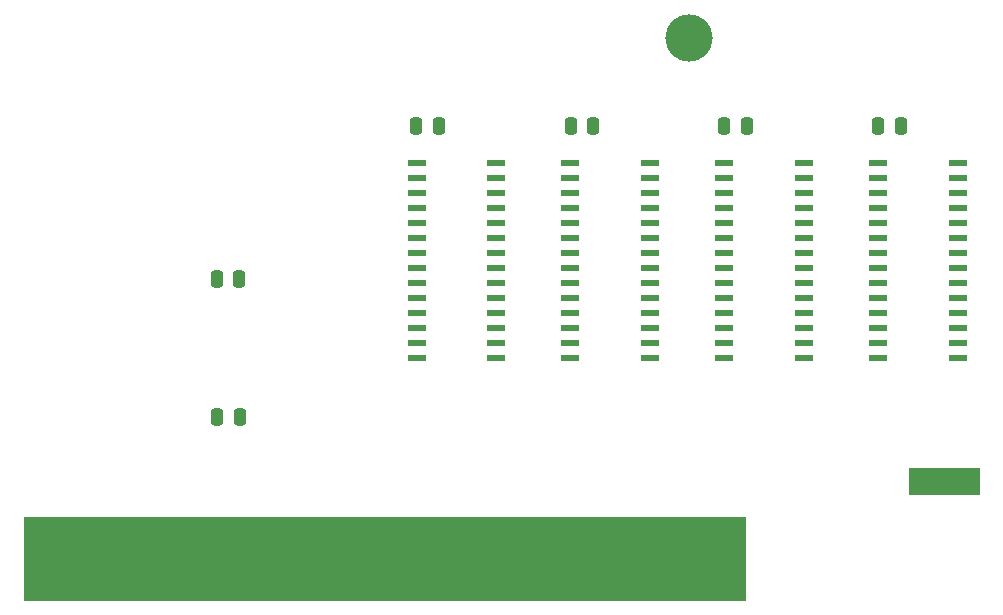
<source format=gbr>
%TF.GenerationSoftware,KiCad,Pcbnew,8.0.4*%
%TF.CreationDate,2024-08-30T15:48:32+02:00*%
%TF.ProjectId,sram,7372616d-2e6b-4696-9361-645f70636258,rev?*%
%TF.SameCoordinates,Original*%
%TF.FileFunction,Soldermask,Bot*%
%TF.FilePolarity,Negative*%
%FSLAX46Y46*%
G04 Gerber Fmt 4.6, Leading zero omitted, Abs format (unit mm)*
G04 Created by KiCad (PCBNEW 8.0.4) date 2024-08-30 15:48:32*
%MOMM*%
%LPD*%
G01*
G04 APERTURE LIST*
G04 Aperture macros list*
%AMRoundRect*
0 Rectangle with rounded corners*
0 $1 Rounding radius*
0 $2 $3 $4 $5 $6 $7 $8 $9 X,Y pos of 4 corners*
0 Add a 4 corners polygon primitive as box body*
4,1,4,$2,$3,$4,$5,$6,$7,$8,$9,$2,$3,0*
0 Add four circle primitives for the rounded corners*
1,1,$1+$1,$2,$3*
1,1,$1+$1,$4,$5*
1,1,$1+$1,$6,$7*
1,1,$1+$1,$8,$9*
0 Add four rect primitives between the rounded corners*
20,1,$1+$1,$2,$3,$4,$5,0*
20,1,$1+$1,$4,$5,$6,$7,0*
20,1,$1+$1,$6,$7,$8,$9,0*
20,1,$1+$1,$8,$9,$2,$3,0*%
G04 Aperture macros list end*
%ADD10C,0.100000*%
%ADD11C,4.000000*%
%ADD12RoundRect,0.250000X-0.250000X-0.475000X0.250000X-0.475000X0.250000X0.475000X-0.250000X0.475000X0*%
%ADD13R,1.520000X0.600000*%
%ADD14RoundRect,0.250000X0.250000X0.475000X-0.250000X0.475000X-0.250000X-0.475000X0.250000X-0.475000X0*%
G04 APERTURE END LIST*
D10*
X222084803Y-100900000D02*
X228015197Y-100900000D01*
X228015197Y-103079522D01*
X222084803Y-103079522D01*
X222084803Y-100900000D01*
G36*
X222084803Y-100900000D02*
G01*
X228015197Y-100900000D01*
X228015197Y-103079522D01*
X222084803Y-103079522D01*
X222084803Y-100900000D01*
G37*
%TO.C,J1*%
X147236262Y-105030444D02*
X208200000Y-105030444D01*
X208200000Y-112040812D01*
X147236262Y-112040812D01*
X147236262Y-105030444D01*
G36*
X147236262Y-105030444D02*
G01*
X208200000Y-105030444D01*
X208200000Y-112040812D01*
X147236262Y-112040812D01*
X147236262Y-105030444D01*
G37*
%TD*%
D11*
%TO.C,H1*%
X203500000Y-64500000D03*
%TD*%
D12*
%TO.C,C8*%
X206500000Y-71900000D03*
X208400000Y-71900000D03*
%TD*%
%TO.C,C14*%
X163550000Y-96550000D03*
X165450000Y-96550000D03*
%TD*%
D13*
%TO.C,U5*%
X226300000Y-75047500D03*
X226300000Y-76317500D03*
X226300000Y-77587500D03*
X226300000Y-78857500D03*
X226300000Y-80127500D03*
X226300000Y-81397500D03*
X226300000Y-82667500D03*
X226300000Y-83937500D03*
X226300000Y-85207500D03*
X226300000Y-86477500D03*
X226300000Y-87747500D03*
X226300000Y-89017500D03*
X226300000Y-90287500D03*
X226300000Y-91557500D03*
X219540000Y-91557500D03*
X219540000Y-90287500D03*
X219540000Y-89017500D03*
X219540000Y-87747500D03*
X219540000Y-86477500D03*
X219540000Y-85207500D03*
X219540000Y-83937500D03*
X219540000Y-82667500D03*
X219540000Y-81397500D03*
X219540000Y-80127500D03*
X219540000Y-78857500D03*
X219540000Y-77587500D03*
X219540000Y-76317500D03*
X219540000Y-75047500D03*
%TD*%
%TO.C,U6*%
X213250000Y-75047500D03*
X213250000Y-76317500D03*
X213250000Y-77587500D03*
X213250000Y-78857500D03*
X213250000Y-80127500D03*
X213250000Y-81397500D03*
X213250000Y-82667500D03*
X213250000Y-83937500D03*
X213250000Y-85207500D03*
X213250000Y-86477500D03*
X213250000Y-87747500D03*
X213250000Y-89017500D03*
X213250000Y-90287500D03*
X213250000Y-91557500D03*
X206490000Y-91557500D03*
X206490000Y-90287500D03*
X206490000Y-89017500D03*
X206490000Y-87747500D03*
X206490000Y-86477500D03*
X206490000Y-85207500D03*
X206490000Y-83937500D03*
X206490000Y-82667500D03*
X206490000Y-81397500D03*
X206490000Y-80127500D03*
X206490000Y-78857500D03*
X206490000Y-77587500D03*
X206490000Y-76317500D03*
X206490000Y-75047500D03*
%TD*%
D12*
%TO.C,C7*%
X219525000Y-71900000D03*
X221425000Y-71900000D03*
%TD*%
%TO.C,C9*%
X180425000Y-71900000D03*
X182325000Y-71900000D03*
%TD*%
%TO.C,C10*%
X193475000Y-71900000D03*
X195375000Y-71900000D03*
%TD*%
D14*
%TO.C,C13*%
X165400000Y-84900000D03*
X163500000Y-84900000D03*
%TD*%
D13*
%TO.C,U7*%
X200220000Y-75047500D03*
X200220000Y-76317500D03*
X200220000Y-77587500D03*
X200220000Y-78857500D03*
X200220000Y-80127500D03*
X200220000Y-81397500D03*
X200220000Y-82667500D03*
X200220000Y-83937500D03*
X200220000Y-85207500D03*
X200220000Y-86477500D03*
X200220000Y-87747500D03*
X200220000Y-89017500D03*
X200220000Y-90287500D03*
X200220000Y-91557500D03*
X193460000Y-91557500D03*
X193460000Y-90287500D03*
X193460000Y-89017500D03*
X193460000Y-87747500D03*
X193460000Y-86477500D03*
X193460000Y-85207500D03*
X193460000Y-83937500D03*
X193460000Y-82667500D03*
X193460000Y-81397500D03*
X193460000Y-80127500D03*
X193460000Y-78857500D03*
X193460000Y-77587500D03*
X193460000Y-76317500D03*
X193460000Y-75047500D03*
%TD*%
%TO.C,U8*%
X187196666Y-75047500D03*
X187196666Y-76317500D03*
X187196666Y-77587500D03*
X187196666Y-78857500D03*
X187196666Y-80127500D03*
X187196666Y-81397500D03*
X187196666Y-82667500D03*
X187196666Y-83937500D03*
X187196666Y-85207500D03*
X187196666Y-86477500D03*
X187196666Y-87747500D03*
X187196666Y-89017500D03*
X187196666Y-90287500D03*
X187196666Y-91557500D03*
X180436666Y-91557500D03*
X180436666Y-90287500D03*
X180436666Y-89017500D03*
X180436666Y-87747500D03*
X180436666Y-86477500D03*
X180436666Y-85207500D03*
X180436666Y-83937500D03*
X180436666Y-82667500D03*
X180436666Y-81397500D03*
X180436666Y-80127500D03*
X180436666Y-78857500D03*
X180436666Y-77587500D03*
X180436666Y-76317500D03*
X180436666Y-75047500D03*
%TD*%
M02*

</source>
